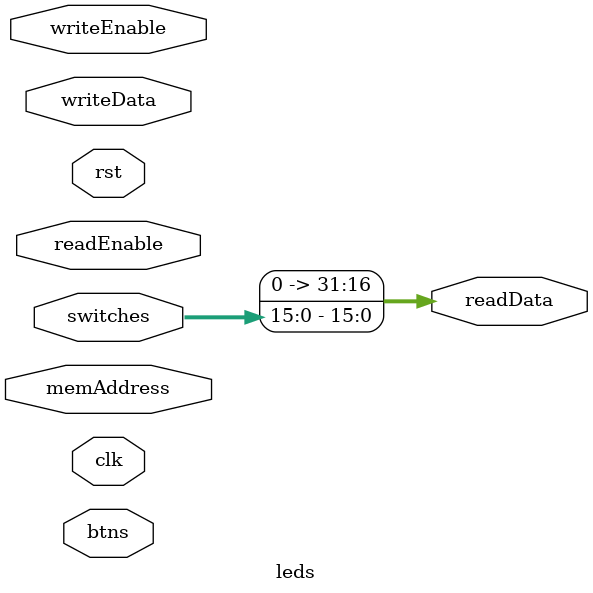
<source format=v>
`timescale 1ns / 1ps


module leds(
    input clk,
    input rst,
    input [15:0] btns,
    input [31:0] writeData,
    input writeEnable,
    input readEnable,
    input [29:0] memAddress,
    input [15:0] switches,
    output [31:0] readData
    );
    assign readData = {16'd0, switches};
endmodule

</source>
